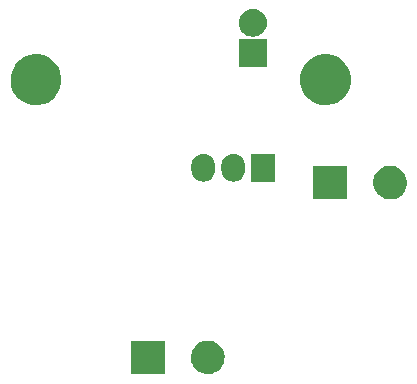
<source format=gbs>
G04 #@! TF.FileFunction,Soldermask,Bot*
%FSLAX46Y46*%
G04 Gerber Fmt 4.6, Leading zero omitted, Abs format (unit mm)*
G04 Created by KiCad (PCBNEW 4.0.0-2.201512062335+6193~38~ubuntu15.10.1-stable) date ke 13. tammikuuta 2016 13.01.44*
%MOMM*%
G01*
G04 APERTURE LIST*
%ADD10C,0.100000*%
G04 APERTURE END LIST*
D10*
G36*
X141740904Y-93882045D02*
X142014147Y-93938135D01*
X142271305Y-94046234D01*
X142502562Y-94202219D01*
X142699117Y-94400150D01*
X142853482Y-94632490D01*
X142959781Y-94890389D01*
X143013893Y-95163677D01*
X143013893Y-95163683D01*
X143013961Y-95164027D01*
X143009512Y-95482637D01*
X143009435Y-95482975D01*
X143009435Y-95482983D01*
X142947713Y-95754655D01*
X142834257Y-96009482D01*
X142673461Y-96237423D01*
X142471455Y-96429791D01*
X142235932Y-96579259D01*
X141975861Y-96680134D01*
X141701155Y-96728572D01*
X141422267Y-96722730D01*
X141149825Y-96662830D01*
X140894208Y-96551153D01*
X140665154Y-96391956D01*
X140471381Y-96191298D01*
X140320272Y-95956823D01*
X140217582Y-95697460D01*
X140167229Y-95423102D01*
X140171123Y-95144180D01*
X140229120Y-94871326D01*
X140339008Y-94614938D01*
X140496605Y-94384774D01*
X140695904Y-94189605D01*
X140929319Y-94036863D01*
X141187955Y-93932367D01*
X141461958Y-93880098D01*
X141740904Y-93882045D01*
X141740904Y-93882045D01*
G37*
G36*
X137933900Y-96725900D02*
X135089100Y-96725900D01*
X135089100Y-93881100D01*
X137933900Y-93881100D01*
X137933900Y-96725900D01*
X137933900Y-96725900D01*
G37*
G36*
X157189404Y-79078545D02*
X157462647Y-79134635D01*
X157719805Y-79242734D01*
X157951062Y-79398719D01*
X158147617Y-79596650D01*
X158301982Y-79828990D01*
X158408281Y-80086889D01*
X158462393Y-80360177D01*
X158462393Y-80360183D01*
X158462461Y-80360527D01*
X158458012Y-80679137D01*
X158457935Y-80679475D01*
X158457935Y-80679483D01*
X158396213Y-80951155D01*
X158282757Y-81205982D01*
X158121961Y-81433923D01*
X157919955Y-81626291D01*
X157684432Y-81775759D01*
X157424361Y-81876634D01*
X157149655Y-81925072D01*
X156870767Y-81919230D01*
X156598325Y-81859330D01*
X156342708Y-81747653D01*
X156113654Y-81588456D01*
X155919881Y-81387798D01*
X155768772Y-81153323D01*
X155666082Y-80893960D01*
X155615729Y-80619602D01*
X155619623Y-80340680D01*
X155677620Y-80067826D01*
X155787508Y-79811438D01*
X155945105Y-79581274D01*
X156144404Y-79386105D01*
X156377819Y-79233363D01*
X156636455Y-79128867D01*
X156910458Y-79076598D01*
X157189404Y-79078545D01*
X157189404Y-79078545D01*
G37*
G36*
X153382400Y-81922400D02*
X150537600Y-81922400D01*
X150537600Y-79077600D01*
X153382400Y-79077600D01*
X153382400Y-81922400D01*
X153382400Y-81922400D01*
G37*
G36*
X141428248Y-78094692D02*
X141428258Y-78094695D01*
X141428295Y-78094699D01*
X141617716Y-78153334D01*
X141792140Y-78247645D01*
X141944924Y-78374039D01*
X142070248Y-78527701D01*
X142163339Y-78702779D01*
X142220650Y-78892605D01*
X142240000Y-79089947D01*
X142240000Y-79406087D01*
X142239916Y-79418183D01*
X142239915Y-79418189D01*
X142239901Y-79420239D01*
X142217798Y-79617291D01*
X142157842Y-79806298D01*
X142062315Y-79980059D01*
X141934858Y-80131957D01*
X141780324Y-80256206D01*
X141604600Y-80348072D01*
X141414379Y-80404057D01*
X141414343Y-80404060D01*
X141414334Y-80404063D01*
X141216909Y-80422030D01*
X141019752Y-80401308D01*
X141019742Y-80401305D01*
X141019705Y-80401301D01*
X140830284Y-80342666D01*
X140655860Y-80248355D01*
X140503076Y-80121961D01*
X140377752Y-79968299D01*
X140284661Y-79793221D01*
X140227350Y-79603395D01*
X140208000Y-79406053D01*
X140208000Y-79089913D01*
X140208084Y-79077817D01*
X140208085Y-79077811D01*
X140208099Y-79075761D01*
X140230202Y-78878709D01*
X140290158Y-78689702D01*
X140385685Y-78515941D01*
X140513142Y-78364043D01*
X140667676Y-78239794D01*
X140843400Y-78147928D01*
X141033621Y-78091943D01*
X141033657Y-78091940D01*
X141033666Y-78091937D01*
X141231091Y-78073970D01*
X141428248Y-78094692D01*
X141428248Y-78094692D01*
G37*
G36*
X143968248Y-78094692D02*
X143968258Y-78094695D01*
X143968295Y-78094699D01*
X144157716Y-78153334D01*
X144332140Y-78247645D01*
X144484924Y-78374039D01*
X144610248Y-78527701D01*
X144703339Y-78702779D01*
X144760650Y-78892605D01*
X144780000Y-79089947D01*
X144780000Y-79406087D01*
X144779916Y-79418183D01*
X144779915Y-79418189D01*
X144779901Y-79420239D01*
X144757798Y-79617291D01*
X144697842Y-79806298D01*
X144602315Y-79980059D01*
X144474858Y-80131957D01*
X144320324Y-80256206D01*
X144144600Y-80348072D01*
X143954379Y-80404057D01*
X143954343Y-80404060D01*
X143954334Y-80404063D01*
X143756909Y-80422030D01*
X143559752Y-80401308D01*
X143559742Y-80401305D01*
X143559705Y-80401301D01*
X143370284Y-80342666D01*
X143195860Y-80248355D01*
X143043076Y-80121961D01*
X142917752Y-79968299D01*
X142824661Y-79793221D01*
X142767350Y-79603395D01*
X142748000Y-79406053D01*
X142748000Y-79089913D01*
X142748084Y-79077817D01*
X142748085Y-79077811D01*
X142748099Y-79075761D01*
X142770202Y-78878709D01*
X142830158Y-78689702D01*
X142925685Y-78515941D01*
X143053142Y-78364043D01*
X143207676Y-78239794D01*
X143383400Y-78147928D01*
X143573621Y-78091943D01*
X143573657Y-78091940D01*
X143573666Y-78091937D01*
X143771091Y-78073970D01*
X143968248Y-78094692D01*
X143968248Y-78094692D01*
G37*
G36*
X147320000Y-80416400D02*
X145288000Y-80416400D01*
X145288000Y-78079600D01*
X147320000Y-78079600D01*
X147320000Y-80416400D01*
X147320000Y-80416400D01*
G37*
G36*
X151777579Y-69652532D02*
X152191058Y-69737407D01*
X152580190Y-69900983D01*
X152930132Y-70137023D01*
X153227564Y-70436537D01*
X153461152Y-70788118D01*
X153622005Y-71178375D01*
X153703924Y-71592097D01*
X153703993Y-71592446D01*
X153697261Y-72074573D01*
X153697183Y-72074916D01*
X153697183Y-72074919D01*
X153603744Y-72486194D01*
X153432059Y-72871804D01*
X153188741Y-73216728D01*
X152883062Y-73507822D01*
X152526666Y-73733999D01*
X152133122Y-73886644D01*
X151717431Y-73959942D01*
X151295414Y-73951102D01*
X150883152Y-73860460D01*
X150496347Y-73691469D01*
X150149737Y-73450569D01*
X149856516Y-73146930D01*
X149627857Y-72792119D01*
X149472466Y-72399649D01*
X149396269Y-71984482D01*
X149402162Y-71562414D01*
X149489924Y-71149528D01*
X149656209Y-70761556D01*
X149894687Y-70413268D01*
X150196270Y-70117936D01*
X150549476Y-69886804D01*
X150940849Y-69728679D01*
X151355476Y-69649585D01*
X151777579Y-69652532D01*
X151777579Y-69652532D01*
G37*
G36*
X127277579Y-69652532D02*
X127691058Y-69737407D01*
X128080190Y-69900983D01*
X128430132Y-70137023D01*
X128727564Y-70436537D01*
X128961152Y-70788118D01*
X129122005Y-71178375D01*
X129203924Y-71592097D01*
X129203993Y-71592446D01*
X129197261Y-72074573D01*
X129197183Y-72074916D01*
X129197183Y-72074919D01*
X129103744Y-72486194D01*
X128932059Y-72871804D01*
X128688741Y-73216728D01*
X128383062Y-73507822D01*
X128026666Y-73733999D01*
X127633122Y-73886644D01*
X127217431Y-73959942D01*
X126795414Y-73951102D01*
X126383152Y-73860460D01*
X125996347Y-73691469D01*
X125649737Y-73450569D01*
X125356516Y-73146930D01*
X125127857Y-72792119D01*
X124972466Y-72399649D01*
X124896269Y-71984482D01*
X124902162Y-71562414D01*
X124989924Y-71149528D01*
X125156209Y-70761556D01*
X125394687Y-70413268D01*
X125696270Y-70117936D01*
X126049476Y-69886804D01*
X126440849Y-69728679D01*
X126855476Y-69649585D01*
X127277579Y-69652532D01*
X127277579Y-69652532D01*
G37*
G36*
X146585900Y-70693900D02*
X144249100Y-70693900D01*
X144249100Y-68357100D01*
X146585900Y-68357100D01*
X146585900Y-70693900D01*
X146585900Y-70693900D01*
G37*
G36*
X145437411Y-65817199D02*
X145437417Y-65817200D01*
X145439466Y-65817214D01*
X145666077Y-65842632D01*
X145883435Y-65911582D01*
X146083260Y-66021437D01*
X146257943Y-66168013D01*
X146400828Y-66345727D01*
X146506475Y-66547810D01*
X146570857Y-66766564D01*
X146570860Y-66766595D01*
X146570864Y-66766609D01*
X146591526Y-66993654D01*
X146567695Y-67220392D01*
X146567693Y-67220397D01*
X146567689Y-67220439D01*
X146500258Y-67438273D01*
X146391800Y-67638861D01*
X146246448Y-67814562D01*
X146069736Y-67958685D01*
X145868396Y-68065740D01*
X145650096Y-68131648D01*
X145423153Y-68153900D01*
X145411813Y-68153900D01*
X145397589Y-68153801D01*
X145397583Y-68153800D01*
X145395534Y-68153786D01*
X145168923Y-68128368D01*
X144951565Y-68059418D01*
X144751740Y-67949563D01*
X144577057Y-67802987D01*
X144434172Y-67625273D01*
X144328525Y-67423190D01*
X144264143Y-67204436D01*
X144264140Y-67204405D01*
X144264136Y-67204391D01*
X144243474Y-66977346D01*
X144267305Y-66750608D01*
X144267307Y-66750603D01*
X144267311Y-66750561D01*
X144334742Y-66532727D01*
X144443200Y-66332139D01*
X144588552Y-66156438D01*
X144765264Y-66012315D01*
X144966604Y-65905260D01*
X145184904Y-65839352D01*
X145411847Y-65817100D01*
X145423187Y-65817100D01*
X145437411Y-65817199D01*
X145437411Y-65817199D01*
G37*
M02*

</source>
